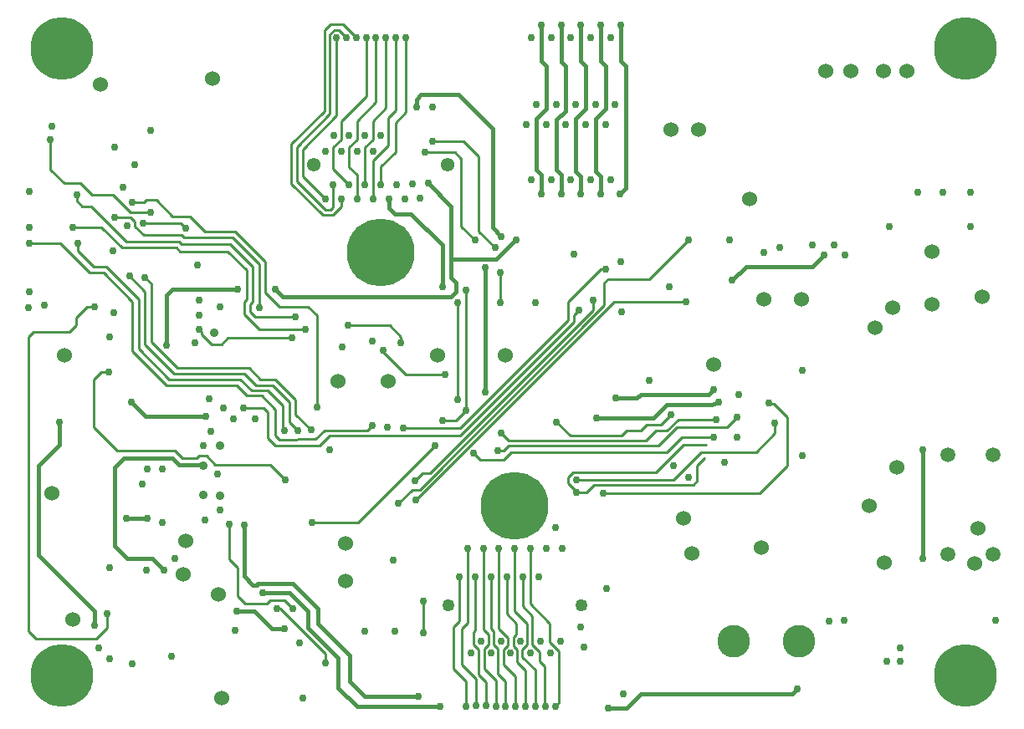
<source format=gbr>
G04 start of page 4 for group 2 idx 3 *
G04 Title: (unknown), 4Sig *
G04 Creator: pcb 20110918 *
G04 CreationDate: Fri Feb 21 23:26:37 2014 UTC *
G04 For: fosse *
G04 Format: Gerber/RS-274X *
G04 PCB-Dimensions: 550000 350000 *
G04 PCB-Coordinate-Origin: lower left *
%MOIN*%
%FSLAX25Y25*%
%LNGROUP2*%
%ADD94C,0.0433*%
%ADD93C,0.0945*%
%ADD92C,0.1090*%
%ADD91C,0.1150*%
%ADD90C,0.0354*%
%ADD89C,0.1160*%
%ADD88C,0.0200*%
%ADD87C,0.0350*%
%ADD86C,0.0360*%
%ADD85C,0.0600*%
%ADD84C,0.0300*%
%ADD83C,0.0591*%
%ADD82C,0.2500*%
%ADD81C,0.0494*%
%ADD80C,0.1300*%
%ADD79C,0.0544*%
%ADD78C,0.2700*%
%ADD77C,0.0150*%
%ADD76C,0.0100*%
G54D76*X212000Y158500D02*X196500D01*
X187500Y167500D02*X196500Y158500D01*
X187500Y168000D02*Y167500D01*
X194500Y173500D02*X190000Y178000D01*
X194500Y171000D02*Y173500D01*
X216500Y140000D02*X220500Y144000D01*
X211000Y140000D02*X216500D01*
X195500Y137000D02*X218000D01*
X190000Y178000D02*X173500D01*
X234000Y199000D02*Y187000D01*
G54D77*X228000Y201000D02*Y151500D01*
G54D76*X220500Y192000D02*Y144000D01*
X217000Y148500D02*Y187000D01*
G54D77*X216500Y191500D02*X214500Y189500D01*
X216500Y195000D02*Y191500D01*
X214500Y197000D02*X216500Y195000D01*
G54D76*X235500Y124500D02*X238500Y127500D01*
X226000Y124500D02*X235500D01*
X223500Y127000D02*X226000Y124500D01*
X235500Y128000D02*X237500Y130000D01*
X233000Y128000D02*X235500D01*
X237500Y132000D02*X234500Y135000D01*
X263500Y182000D02*X265500Y184000D01*
X271000D02*Y188000D01*
X261000Y180000D02*Y187500D01*
X263500Y179500D02*Y182000D01*
X274000Y200500D02*X276000D01*
X261000Y187500D02*X274000Y200500D01*
X275500Y195000D02*Y186000D01*
Y195000D02*X277000Y196500D01*
X277910Y236039D02*X278009Y235940D01*
X256500Y139500D02*X262000Y134000D01*
X218000D02*X263500Y179500D01*
X206000Y119000D02*X271000Y184000D01*
X275500Y186000D02*X202000Y112500D01*
X200500Y108500D02*X279500Y187500D01*
X218000Y137000D02*X261000Y180000D01*
X157500Y185500D02*X146000D01*
X161000Y182000D02*X157500Y185500D01*
X161000Y182000D02*Y145500D01*
X150860Y250290D02*Y234490D01*
X153010Y249140D02*Y235340D01*
X155310Y248040D02*Y237540D01*
X166000Y134000D02*X218000D01*
X162000Y130000D02*X166000Y134000D01*
X181000Y136000D02*X183000Y138000D01*
X164082Y136082D02*X181000Y136000D01*
X160582Y132582D02*X164082Y136082D01*
X144500Y130000D02*X162000D01*
X146000Y132500D02*X160582Y132582D01*
X147500Y136500D02*X148000Y136000D01*
X147500Y146000D02*Y136500D01*
X150000Y139500D02*X153500Y136000D01*
X152500Y142500D02*X158750Y136250D01*
X150000Y147500D02*Y139500D01*
X152500Y148500D02*Y142500D01*
X144500Y156500D02*X152500Y148500D01*
G54D77*X214500Y189500D02*X147500D01*
G54D76*X167610Y240410D02*X173930Y234090D01*
X170710Y228440D02*X170733Y228463D01*
X167510Y234070D02*X167530Y234090D01*
X170710Y225340D02*Y228440D01*
X167310Y221940D02*X170710Y225340D01*
X163410Y221940D02*X167310D01*
X167510Y225040D02*Y234070D01*
X166410Y223940D02*X167510Y225040D01*
X164410Y223940D02*X166410D01*
X150860Y234490D02*X163410Y221940D01*
X153010Y235340D02*X164410Y223940D01*
X155310Y237540D02*X164410Y228440D01*
X208000Y130000D02*X177500Y99500D01*
X203000Y119000D02*X206000D01*
X200000Y116000D02*X203000Y119000D01*
X199000Y112500D02*X202000D01*
X193500Y107000D02*X199000Y112500D01*
X203500Y68000D02*Y55500D01*
G54D77*X177000Y26000D02*X210000D01*
X180000Y30000D02*X201500D01*
G54D76*X220410Y36240D02*Y26240D01*
X224449Y26279D02*Y37201D01*
X228410Y26288D02*X228386Y26264D01*
X228410Y35740D02*Y26288D01*
X225410Y38740D02*X228410Y35740D01*
X232323Y26327D02*X232300Y36400D01*
X233160Y38990D02*X236210Y35940D01*
Y26240D02*Y35940D01*
X217810Y60140D02*X215410Y57740D01*
X217810Y77740D02*Y60140D01*
X221010Y89140D02*Y59340D01*
X224110Y77740D02*Y56440D01*
X230460Y78790D02*Y57190D01*
X227310Y89140D02*Y56840D01*
X221010Y59340D02*X218910Y57240D01*
X224110Y56440D02*X223410Y55740D01*
X233610Y89140D02*Y57040D01*
X236710Y77740D02*Y62940D01*
X239910Y89140D02*Y64240D01*
X243010Y77740D02*Y66140D01*
X246210Y89140D02*Y66940D01*
X215410Y41240D02*X220410Y36240D01*
X224449Y37201D02*X218910Y42740D01*
X215410Y57740D02*Y41240D01*
X218910Y57240D02*Y42740D01*
X225410Y48740D02*Y38740D01*
X223410Y50740D02*X225410Y48740D01*
X227700Y41000D02*Y49000D01*
X232300Y36400D02*X227700Y41000D01*
X233160Y48990D02*Y38990D01*
X231410Y50740D02*X233160Y48990D01*
X223410Y55740D02*Y50740D01*
X230460Y57190D02*X231410Y56240D01*
X229410Y54740D02*X227310Y56840D01*
X229410Y50740D02*Y54740D01*
X227700Y49000D02*X229410Y50740D01*
X231410Y56240D02*Y50740D01*
X235410Y48740D02*Y42740D01*
X240910Y48740D02*Y43740D01*
X239410Y50240D02*X240910Y48740D01*
X237160Y50490D02*X235410Y48740D01*
X237160Y53490D02*Y50490D01*
X239410Y53740D02*Y50240D01*
X233610Y57040D02*X237160Y53490D01*
X240410Y54740D02*X239410Y53740D01*
X240410Y59240D02*Y54740D01*
X236710Y62940D02*X240410Y59240D01*
X239910Y64240D02*X244910Y59240D01*
X242910Y48740D02*Y45740D01*
X244910Y50740D02*X242910Y48740D01*
X244910Y59240D02*Y50740D01*
X246910Y62240D02*Y50740D01*
X243010Y66140D02*X246910Y62240D01*
X253910Y59240D02*Y51740D01*
X246210Y66940D02*X253910Y59240D01*
X235410Y42740D02*X240210Y37940D01*
Y26240D02*Y37940D01*
X244110Y26240D02*Y40540D01*
X248010Y26240D02*Y40640D01*
X249910Y44240D02*X251910Y42240D01*
X244110Y40540D02*X240910Y43740D01*
X242910Y45740D02*X248010Y40640D01*
X249910Y47740D02*Y44240D01*
X246910Y50740D02*X249910Y47740D01*
X251910Y26340D02*X252010Y26240D01*
X251910Y42240D02*Y26340D01*
X257410Y27640D02*X256010Y26240D01*
X257410Y48240D02*Y27640D01*
X253910Y51740D02*X257410Y48240D01*
X218500Y217500D02*X224000Y212000D01*
X225500Y215500D02*X232000Y209000D01*
G54D77*X232500Y204500D02*X214500D01*
X240000Y212000D02*X232500Y204500D01*
X240500Y212000D02*X240000D01*
X231000Y217000D02*X234500Y213500D01*
G54D76*X225500Y245500D02*Y215500D01*
X219500Y251500D02*X225500Y245500D01*
X207000Y251500D02*X219500D01*
X216000Y247000D02*X218500Y244500D01*
X204000Y247000D02*X216000D01*
X218500Y244500D02*Y217500D01*
G54D77*X205398Y234602D02*X214500Y225500D01*
X231000Y256500D02*Y217000D01*
X217500Y270000D02*X231000Y256500D01*
X202500Y270000D02*X217500D01*
X200710Y268210D02*X202500Y270000D01*
X200710Y264940D02*Y268210D01*
X214500Y225500D02*Y197000D01*
X211000Y210000D02*Y193500D01*
X198500Y222500D02*X211000Y210000D01*
X192000Y222500D02*X198500D01*
X189650Y224850D02*X192000Y222500D01*
X189650Y228350D02*Y224850D01*
G54D76*X183310Y228486D02*X183333Y228463D01*
X177010Y228486D02*X177033Y228463D01*
X186610Y234170D02*X186530Y234090D01*
X180210Y234110D02*X180230Y234090D01*
X186610Y241340D02*Y234170D01*
X183310Y243640D02*Y228486D01*
X177010Y237940D02*Y228486D01*
X180210Y249040D02*Y234110D01*
X183310Y252140D02*X180210Y249040D01*
X173910Y241040D02*X177010Y237940D01*
X173910Y249040D02*Y241040D01*
X167610Y249140D02*Y240410D01*
X170710Y252240D02*X167610Y249140D01*
X164010Y263440D02*X150860Y250290D01*
X166210Y262340D02*X153010Y249140D01*
X168910Y261640D02*X155310Y248040D01*
X192310Y247040D02*X186610Y241340D01*
X189410Y249740D02*X183310Y243640D01*
X189410Y260640D02*Y249740D01*
X192510Y263740D02*X189410Y260640D01*
X183310Y259440D02*Y252140D01*
X188610Y264740D02*X183310Y259440D01*
X192310Y258740D02*Y247040D01*
X196510Y262940D02*X192310Y258740D01*
X196510Y292740D02*Y262940D01*
X192510Y292740D02*Y263740D01*
X188610Y292740D02*Y264740D01*
X177010Y252140D02*X173910Y249040D01*
X177010Y259440D02*Y252140D01*
X184610Y267040D02*X177010Y259440D01*
X184610Y292740D02*Y267040D01*
X180710Y292740D02*Y269440D01*
X170710Y259440D02*Y252240D01*
X180710Y269440D02*X170710Y259440D01*
X164010Y295640D02*Y263440D01*
X166210Y293940D02*Y262340D01*
X166410Y298040D02*X164010Y295640D01*
X171510Y298040D02*X166410D01*
X176810Y292740D02*X171510Y298040D01*
X168110Y295840D02*X166210Y293940D01*
X169710Y295840D02*X168110D01*
X172810Y292740D02*X169710Y295840D01*
X168910Y292740D02*Y261640D01*
G54D77*X277000Y25500D02*X284500D01*
X290000Y31000D01*
X350500D02*X352500Y33000D01*
X290000Y31000D02*X350500D01*
G54D76*X348500Y122000D02*X337500Y111000D01*
X348500Y141500D02*Y122000D01*
X343250Y146750D02*X348500Y141500D01*
X340750Y146750D02*X343250D01*
X343500Y135000D02*Y139000D01*
X336000Y127500D02*X343500Y135000D01*
G54D77*X402500Y128500D02*Y85000D01*
G54D76*X337500Y111000D02*X275000D01*
X312500Y122000D02*X315500Y125000D01*
X312500Y116000D02*Y122000D01*
X311000Y114500D02*X312500Y116000D01*
X314000Y127500D02*X336000D01*
X303000Y116500D02*X314000Y127500D01*
X296000Y136000D02*X292000Y132000D01*
X300500Y136000D02*X296000D01*
X271500Y114500D02*X311000D01*
G54D77*X272500Y141000D02*X295000D01*
G54D76*X307000Y130500D02*X316000D01*
X296000Y119500D02*X307000Y130500D01*
X297000Y130000D02*X304500Y137500D01*
X306500Y133500D02*X319000D01*
X300500Y127500D02*X306500Y133500D01*
X282500Y134000D02*X262000D01*
X284500Y136000D02*X282500Y134000D01*
X290000Y136000D02*X284500D01*
X292500Y138500D02*X290000Y136000D01*
X298000Y138500D02*X292500D01*
X302000Y142500D02*X298000Y138500D01*
X238500Y127500D02*X300500D01*
X292000Y132000D02*X237500D01*
X263000Y119500D02*X296000D01*
X237500Y130000D02*X297000D01*
X261000Y117500D02*X263000Y119500D01*
X261000Y115000D02*Y117500D01*
X264000Y112000D02*X261000Y115000D01*
X264000Y111500D02*Y112000D01*
X268500Y111500D02*X271500Y114500D01*
X264500Y111500D02*X268500D01*
X264500Y116500D02*X303000D01*
X305000Y140500D02*X300500Y136000D01*
X320000Y140500D02*X305000D01*
X324500Y137500D02*X328500Y141500D01*
X304500Y137500D02*X324500D01*
G54D77*X317000Y150500D02*X319000Y152500D01*
X318500Y146500D02*X321000Y147500D01*
X290000Y150500D02*X317000D01*
X288500Y149000D02*X290000Y150500D01*
X280000Y149000D02*X288500D01*
X300500Y146500D02*X318500D01*
X295000Y141000D02*X300500Y146500D01*
G54D76*X279500Y187500D02*X308000D01*
X293500Y196500D02*X309000Y212000D01*
X277000Y196500D02*X293500D01*
G54D77*X284000Y232600D02*X281870Y230470D01*
G54D76*X281910Y230510D02*X281870Y230470D01*
G54D77*X358500Y201500D02*X363000Y206000D01*
X332000Y201500D02*X358500D01*
X326500Y196000D02*X332000Y201500D01*
X281954Y283546D02*X284000Y281500D01*
X282000Y297700D02*X281954Y283546D01*
X276000Y264500D02*X272000Y260500D01*
X276000Y281500D02*Y264500D01*
X274080Y283420D02*X276000Y281500D01*
X268000D02*Y264500D01*
X266180Y283320D02*X268000Y281500D01*
X264000Y260500D02*X268000Y264500D01*
X274100Y297700D02*X274080Y283420D01*
X266200Y297700D02*X266180Y283320D01*
G54D76*X274030Y297630D02*X274100Y297700D01*
X266130Y297630D02*X266200Y297700D01*
G54D77*X258300D02*X258280Y283220D01*
G54D76*X262110Y292740D02*X262140Y292770D01*
X262210Y292700D02*X262180Y292730D01*
X258230Y297630D02*X258300Y297700D01*
G54D77*X250575Y297525D02*X250555Y283445D01*
G54D76*X254410Y292700D02*X254380Y292730D01*
X250430Y297670D02*X250400Y297700D01*
G54D77*X284000Y281500D02*Y232600D01*
X274000Y230520D02*X273950Y230470D01*
X274000Y237500D02*Y230520D01*
X272000Y239500D02*X274000Y237500D01*
X266230Y237270D02*X264000Y239500D01*
X266230Y230470D02*Y237270D01*
X272000Y260500D02*Y239500D01*
X264000D02*Y260500D01*
X256500Y240000D02*Y260000D01*
X260000Y263500D02*X256500Y260000D01*
X260000Y281500D02*Y263500D01*
X258280Y283220D02*X260000Y281500D01*
X252500D02*Y264500D01*
X250555Y283445D02*X252500Y281500D01*
X258320Y238180D02*X256500Y240000D01*
X248500D02*X250500Y238000D01*
X248500Y260500D02*Y240000D01*
X252500Y264500D02*X248500Y260500D01*
X258320Y230470D02*Y238180D01*
X250500Y230490D02*X250480Y230470D01*
X250500Y238000D02*Y230490D01*
X169500Y33500D02*X177000Y26000D01*
X169500Y45500D02*Y33500D01*
X174000Y36000D02*X180000Y30000D01*
X174000Y46500D02*Y36000D01*
X161500Y59000D02*X174000Y46500D01*
X157500Y57500D02*X169500Y45500D01*
G54D76*X159000Y99500D02*X177500D01*
X164500Y47000D02*Y43500D01*
G54D77*X151500Y75000D02*X161500Y65000D01*
X150000Y71500D02*X157500Y64000D01*
G54D76*X148000Y68500D02*X151500Y65000D01*
G54D77*X161500D02*Y59000D01*
X157500Y64000D02*Y57500D01*
G54D76*X146500Y65000D02*X164500Y47000D01*
G54D77*X137500Y75000D02*X151500D01*
X139500Y71500D02*X150000D01*
X137000Y74500D02*X137500Y75000D01*
X132000Y78000D02*X135500Y74500D01*
G54D76*X129500Y81500D02*Y70000D01*
X132500Y67000D02*X129500Y70000D01*
X141000Y67000D02*X132500D01*
X142500Y68500D02*X141000Y67000D01*
G54D77*X129000Y64000D02*X136000D01*
X143000Y57000D02*X148000D01*
X136000Y64000D02*X143000Y57000D01*
G54D76*X142500Y68500D02*X148000D01*
X145000Y65000D02*X146500D01*
G54D77*X135500Y74500D02*X137000D01*
X72500Y64000D02*Y58500D01*
G54D76*X77500Y57500D02*Y63000D01*
X73000Y53000D02*X77500Y57500D01*
X126130Y84870D02*X129500Y81500D01*
X126130Y98630D02*Y84870D01*
G54D77*X95500Y85000D02*X100000Y80500D01*
X85500Y85000D02*X95500D01*
X80500Y90000D02*X85500Y85000D01*
X50000Y86500D02*X72500Y64000D01*
G54D76*X49000Y53000D02*X73000D01*
X46000Y56000D02*X49000Y53000D01*
G54D77*X132000Y98500D02*Y78000D01*
G54D76*X117000Y126000D02*X120500Y122500D01*
X114000Y126000D02*X117000D01*
X113000Y125000D02*X114000Y126000D01*
X107500Y125000D02*X113000D01*
X104500Y128000D02*X107500Y125000D01*
G54D77*X115878Y122272D02*X106228D01*
G54D76*X81500Y128000D02*X104500D01*
G54D77*X103500Y125000D02*X84000D01*
X106228Y122272D02*X103500Y125000D01*
X50000Y122000D02*Y86500D01*
X58500Y130500D02*X50000Y122000D01*
X93500Y101000D02*X85000D01*
G54D76*X46000Y173500D02*Y56000D01*
X72000Y156500D02*Y137500D01*
X75000Y159500D02*X72000Y156500D01*
X78000Y159500D02*X75000D01*
X90000Y168600D02*X102100Y156500D01*
X92500Y170300D02*X104000Y158800D01*
X95000Y171300D02*X105300Y161000D01*
G54D77*X58500Y139500D02*Y130500D01*
X92760Y141740D02*X87000Y147500D01*
G54D76*X72000Y137500D02*X81500Y128000D01*
G54D77*X80500Y121500D02*Y90000D01*
X84000Y125000D02*X80500Y121500D01*
G54D76*X142500Y122500D02*X148500Y116500D01*
X120500Y122500D02*X142500D01*
X141500Y133000D02*X144500Y130000D01*
X141500Y152000D02*X147500Y146000D01*
X135000Y152000D02*X141500D01*
X130500Y156500D02*X135000Y152000D01*
X102100Y156500D02*X130500D01*
X136900Y154000D02*X143500D01*
X104000Y158800D02*X132100D01*
X134000Y161000D02*X138500Y156500D01*
X105300Y161000D02*X134000D01*
G54D77*X116910Y141740D02*X92760D01*
G54D76*X119000Y170500D02*X115000Y174500D01*
X123000Y170500D02*X119000D01*
X125500Y173000D02*X123000Y170500D01*
X151000Y173000D02*X125500D01*
X138000Y176500D02*X156500D01*
X138500Y156500D02*X144500D01*
X101100Y154000D02*X129000D01*
X87500Y167600D02*X101100Y154000D01*
X132100Y158800D02*X136900Y154000D01*
X131910Y145240D02*X139760D01*
X133000Y150000D02*X139000D01*
X129000Y154000D02*X133000Y150000D01*
X141500Y143500D02*Y133000D01*
X139760Y145240D02*X141500Y143500D01*
X144500Y134000D02*X146000Y132500D01*
X144500Y144500D02*Y134000D01*
X139000Y150000D02*X144500Y144500D01*
X143500Y154000D02*X150000Y147500D01*
X48000Y175500D02*X46000Y173500D01*
X62500Y175500D02*X48000D01*
X65000Y178000D02*X62500Y175500D01*
X65000Y181000D02*Y178000D01*
X90000Y188500D02*Y168600D01*
X87500Y187500D02*Y167600D01*
X76000Y199000D02*X87500Y187500D01*
X70500Y199000D02*X76000D01*
X72000Y201500D02*X77000D01*
X86410Y197740D02*Y197590D01*
X69500Y185500D02*X65000Y181000D01*
X72500Y185500D02*X69500D01*
X58760Y210740D02*X70500Y199000D01*
X65910Y207590D02*X72000Y201500D01*
X65910Y210740D02*Y207590D01*
X63910Y217240D02*X75260D01*
X46410Y210740D02*X58760D01*
X77000Y201500D02*X90000Y188500D01*
X86410Y197590D02*X92500Y191500D01*
G54D77*X129500Y192500D02*X103500D01*
X147500Y189500D02*X144500Y192500D01*
G54D76*X146000Y185500D02*X140500Y191000D01*
X133000Y188500D02*X132000Y187500D01*
X135500D02*X134500Y186500D01*
X115000Y174500D02*Y175500D01*
X114000Y176500D01*
G54D77*X101000Y190000D02*Y170000D01*
X103500Y192500D02*X101000Y190000D01*
G54D76*X95000Y194650D02*X92410Y197240D01*
X95000Y171300D02*Y194650D01*
X92500Y191500D02*Y170300D01*
X136500Y181500D02*X152500D01*
X140500Y191000D02*Y203500D01*
X133000Y200000D02*Y188500D01*
X135500Y201500D02*Y187500D01*
X138000Y202500D02*Y185000D01*
X132000Y182500D02*X138000Y176500D01*
X132000Y187500D02*Y182500D01*
X134500Y183500D02*X136500Y181500D01*
X134500Y186500D02*Y183500D01*
X116500Y215500D02*X110500Y221500D01*
X128500Y215500D02*X116500D01*
X140500Y203500D02*X128500Y215500D01*
X125500Y207500D02*X133000Y200000D01*
X126500Y210500D02*X135500Y201500D01*
X106500Y207500D02*X125500D01*
X105000Y209000D02*X106500Y207500D01*
X107000Y210500D02*X126500D01*
X106000Y211500D02*X107000Y210500D01*
X127500Y213000D02*X138000Y202500D01*
X108000Y213000D02*X127500D01*
X107000Y214000D02*X108000Y213000D01*
X106910Y218740D02*X108910Y216740D01*
X103500Y221500D02*X110500D01*
X97000Y228000D02*X103500Y221500D01*
X93000Y228000D02*X97000D01*
X92240Y227240D02*X93000Y228000D01*
X87410Y227240D02*X92240D01*
X86910Y223240D02*X94910D01*
X83500Y209000D02*X105000D01*
X75260Y217240D02*X83500Y209000D01*
X85000Y211500D02*X106000D01*
X92000Y214000D02*X107000D01*
X88500Y217500D02*X92000Y214000D01*
X91910Y218740D02*X106910D01*
X71000Y225500D02*X85000Y211500D01*
X88500Y219500D02*Y217500D01*
X86760Y221240D02*X88500Y219500D01*
X80410Y221240D02*X86760D01*
X79910Y230240D02*X86910Y223240D01*
X71410Y230240D02*X79910D01*
X67500Y225500D02*X71000D01*
X65410Y227590D02*X67500Y225500D01*
X65410Y230240D02*Y227590D01*
X66910Y234740D02*X71410Y230240D01*
X60410Y234740D02*X66910D01*
X54910Y240240D02*X60410Y234740D01*
X54910Y252240D02*Y240240D01*
G54D78*X186500Y207000D03*
G54D79*X213076Y242206D03*
G54D78*X239910Y106240D03*
G54D80*X327110Y52090D03*
X353110D03*
G54D81*X266485Y66444D03*
X213335D03*
G54D79*X159926Y242206D03*
G54D82*X59610Y288340D03*
Y38340D03*
G54D83*X430327Y86744D03*
Y126256D03*
X412610Y86744D03*
Y126256D03*
G54D82*X419610Y288340D03*
Y38340D03*
G54D84*X276500Y73000D03*
X277000Y25500D03*
X283000Y31000D03*
X352500Y33000D03*
X256250Y97250D03*
X275000Y111000D03*
X264500Y116500D03*
Y111500D03*
G54D85*X310500Y87000D03*
X307000Y101000D03*
G54D84*X303000Y122000D03*
X309000Y117500D03*
G54D85*X381000Y106000D03*
X387000Y83500D03*
G54D84*X402500Y85000D03*
X258810Y89140D03*
X252510D03*
X249310Y77740D03*
X246210Y89140D03*
X243010Y77740D03*
X239910Y89140D03*
X236710Y77740D03*
X233610Y89140D03*
X230410Y77740D03*
X227310Y89140D03*
X221010D03*
X224110Y77740D03*
X217810D03*
X393500Y44000D03*
Y49500D03*
X388000Y44000D03*
X365000Y60000D03*
X371000Y60500D03*
X431457D03*
X267300Y49800D03*
X258010Y51940D03*
X266210Y57840D03*
X254010Y47440D03*
X250110Y51940D03*
X246110Y47440D03*
X242210Y51940D03*
X238210Y47440D03*
X234410Y51940D03*
X226410D03*
X230410Y47440D03*
X222410D03*
X256010Y26240D03*
X252010D03*
X248010D03*
X244110D03*
X240210D03*
X236210D03*
X232410D03*
X228386Y26264D03*
X224449Y26279D03*
X220410Y26240D03*
X132000Y98500D03*
X139500Y71500D03*
X129000Y64000D03*
X128500Y56500D03*
X126130Y98630D03*
G54D85*X121910Y70740D03*
X123000Y29500D03*
G54D84*X103000Y46000D03*
X148000Y57000D03*
X159000Y99500D03*
X151500Y65000D03*
X145000D03*
G54D85*X172410Y76240D03*
Y91240D03*
G54D84*X155500Y29500D03*
X154000Y51500D03*
X164500Y43500D03*
X104500Y85000D03*
G54D85*X107910Y78740D03*
X108910Y92240D03*
G54D84*X203500Y55500D03*
Y68000D03*
X180095Y56000D03*
X192095D03*
X210000Y26000D03*
X201500Y30000D03*
X212000Y158500D03*
X211000Y140000D03*
G54D85*X209000Y166000D03*
G54D84*X208000Y130000D03*
X200000Y116000D03*
X191500Y84500D03*
X193500Y107000D03*
X195500Y137000D03*
X183000Y138000D03*
G54D85*X189410Y155740D03*
G54D84*X87500Y43000D03*
X74000Y49500D03*
X78500Y45000D03*
X93500Y101000D03*
X91410Y114740D03*
X93410Y120740D03*
X99410D03*
X99500Y99500D03*
X115816Y130146D03*
G54D86*X115910Y122240D03*
X115689Y110461D03*
G54D84*X72500Y58500D03*
X78500Y81500D03*
X85000Y101000D03*
X77500Y63000D03*
G54D85*X63910Y60740D03*
X55410Y111240D03*
G54D84*X100000Y80500D03*
X93000D03*
X121410Y118740D03*
X131910Y145240D03*
X127910Y140740D03*
X123910Y145240D03*
G54D86*X122410Y130240D03*
G54D84*X148500Y116500D03*
X166000Y128500D03*
X118910Y135740D03*
X116500Y100500D03*
X122500Y104500D03*
G54D86*X122410Y110240D03*
G54D84*X116910Y141740D03*
X136410Y140740D03*
X118257Y148893D03*
X148000Y136000D03*
X153500D03*
X158750Y136250D03*
X161000Y145500D03*
G54D85*X169410Y155740D03*
G54D84*X187500Y168000D03*
X171000Y169500D03*
X173500Y178000D03*
X183000Y171800D03*
X194500Y171000D03*
X151000Y173000D03*
X156500Y176500D03*
X152500Y181500D03*
X144500Y192500D03*
X129500D03*
X122500Y185500D03*
X138000Y185000D03*
X234000Y187000D03*
X248000D03*
G54D85*X236000Y166000D03*
G54D84*X217000Y187000D03*
Y148500D03*
X228000Y151500D03*
X220500Y144000D03*
X223500Y127000D03*
X233000Y128000D03*
X234500Y135000D03*
X189000Y137500D03*
X200500Y108500D03*
X234000Y199000D03*
X234500Y213500D03*
X228000Y201000D03*
X224000Y212000D03*
X232000Y209000D03*
X240500Y212000D03*
X220500Y192000D03*
X211000Y193500D03*
X205398Y234602D03*
X202248Y228752D03*
X199099Y234401D03*
X195950Y228550D03*
X189650Y228350D03*
X164410Y228440D03*
X170733Y228463D03*
X177033D03*
X183333D03*
X192799Y234201D03*
X167530Y234090D03*
X173930D03*
X180230D03*
X186530D03*
X246435Y235940D03*
X250480Y230470D03*
X250400Y297700D03*
X246480Y292730D03*
X244510Y258140D03*
X248400Y266200D03*
X252410Y258140D03*
X204000Y247000D03*
X207000Y251500D03*
X200710Y264940D03*
X207010D03*
X164410Y247540D03*
X170702Y247548D03*
X167630Y253690D03*
X173930D03*
X177002Y247548D03*
X183302D03*
X180230Y253690D03*
X186430D03*
X196510Y292740D03*
X192510D03*
X188610D03*
X184610D03*
X180710D03*
X176810D03*
X172810D03*
X168910D03*
X80410Y249240D03*
X55500Y257500D03*
G54D85*X74910Y274240D03*
X119500Y276500D03*
G54D84*X88410Y242240D03*
X94910Y255740D03*
X54910Y252240D03*
X58500Y139500D03*
X87000Y147500D03*
X78000Y159500D03*
X80000Y183000D03*
X114000Y188000D03*
Y176500D03*
Y182000D03*
X101000Y170000D03*
X112500Y171000D03*
G54D86*X120000Y175000D03*
G54D85*X60410Y166240D03*
G54D84*X46000Y185000D03*
X46500Y217000D03*
Y191500D03*
Y231500D03*
X46410Y210740D03*
X72500Y185500D03*
X78457Y173457D03*
X79910Y207740D03*
X65910Y210740D03*
X86410Y197740D03*
X92410Y197240D03*
X65410Y230240D03*
X52410Y186240D03*
X113500Y202000D03*
X108910Y216740D03*
X91910Y218740D03*
X94910Y223240D03*
X85410Y217740D03*
X87410Y227240D03*
X80410Y221240D03*
X63910Y217240D03*
X83910Y233240D03*
X321000Y147500D03*
X320000Y140500D03*
X319000Y133500D03*
X328500Y141500D03*
G54D85*X319000Y162500D03*
G54D84*Y152500D03*
X329000Y150500D03*
G54D85*X333500Y228500D03*
G54D84*X326500Y196000D03*
X325500Y212000D03*
G54D85*X313000Y256000D03*
X302000D03*
G54D84*X308000Y187500D03*
X309000Y212000D03*
X301500Y193500D03*
G54D85*X338000Y89500D03*
G54D84*X354500Y126000D03*
G54D85*X392000Y121500D03*
G54D84*X402500Y128500D03*
X323500Y123500D03*
X328500Y133500D03*
X341000Y147000D03*
X343500Y139000D03*
G54D85*X424500Y97000D03*
X423000Y83000D03*
G54D84*X256500Y139500D03*
X280000Y149000D03*
X272500Y141000D03*
X302000Y142500D03*
X293500Y156000D03*
X276000Y200500D03*
X271000Y188000D03*
X265500Y184000D03*
X282500Y183500D03*
X282000Y203500D03*
X263500Y206500D03*
X254309Y235940D03*
X258320Y230470D03*
X266230D03*
X273950D03*
X281870D03*
X262226Y235958D03*
X270109Y235940D03*
X278009D03*
X279900Y266200D03*
X272100D03*
X275958Y258140D03*
X264200Y266200D03*
X268158Y258140D03*
X256300Y266200D03*
X260210Y258140D03*
X282000Y297700D03*
X277954Y292730D03*
X274100Y297700D03*
X270080Y292730D03*
X266200Y297700D03*
X262180Y292730D03*
X254380D03*
G54D85*X363750Y279250D03*
X373750D03*
X396250D03*
X386750D03*
G54D84*X258300Y297700D03*
X354500Y160000D03*
G54D85*X354000Y188500D03*
X339000D03*
G54D84*X358500Y210000D03*
X371500Y206000D03*
X367000Y210000D03*
X363000Y206000D03*
X339000Y207000D03*
X345500Y209000D03*
G54D85*X426000Y189500D03*
G54D84*X421500Y231000D03*
Y217500D03*
G54D85*X383500Y177000D03*
X390500Y185000D03*
G54D84*X389000Y217500D03*
G54D85*X406000Y186500D03*
Y207500D03*
G54D84*X400500Y231000D03*
X410500D03*
G54D77*G54D87*G54D77*G54D87*G54D77*G54D87*G54D77*G54D87*G54D77*G54D87*G54D77*G54D87*G54D77*G54D87*G54D77*G54D88*G54D77*G54D87*G54D77*G54D88*G54D77*G54D88*G54D77*G54D87*G54D77*G54D87*G54D77*G54D87*G54D77*G54D88*G54D87*G54D77*G54D87*G54D77*G54D87*G54D77*G54D87*G54D77*G54D87*G54D77*G54D87*G54D77*G54D87*G54D77*G54D87*G54D77*G54D87*G54D77*G54D87*G54D77*G54D87*G54D77*G54D87*G54D77*G54D89*G54D90*G54D89*G54D91*G54D90*G54D92*G54D93*G54D92*G54D94*G54D92*M02*

</source>
